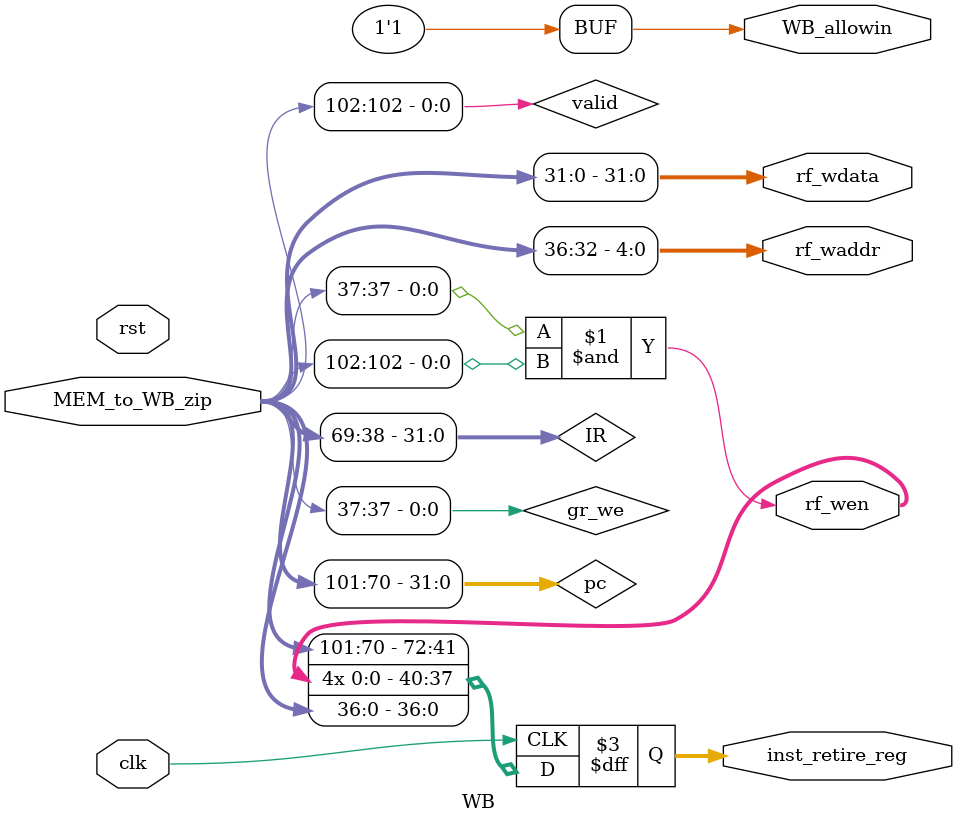
<source format=v>
module WB(
        input   wire            clk,
        input   wire            rst,
        input   wire [102:0]    MEM_to_WB_zip,
        
        output  wire            WB_allowin,
        output  wire            rf_wen,
        output  wire [  4:0]    rf_waddr,
        output  wire [ 31:0]    rf_wdata,
        output  reg  [ 72:0]    inst_retire_reg
);

wire            valid;
wire [31:0]     pc;
wire [31:0]     IR;
wire            gr_we;

assign WB_allowin = 1'b1;

assign {
    valid, pc, IR, gr_we, rf_waddr, rf_wdata
} = MEM_to_WB_zip;

assign rf_wen   = gr_we & valid;

always @(posedge clk) begin
        inst_retire_reg <= {pc, {4{rf_wen}}, rf_waddr, rf_wdata};
end

endmodule
</source>
